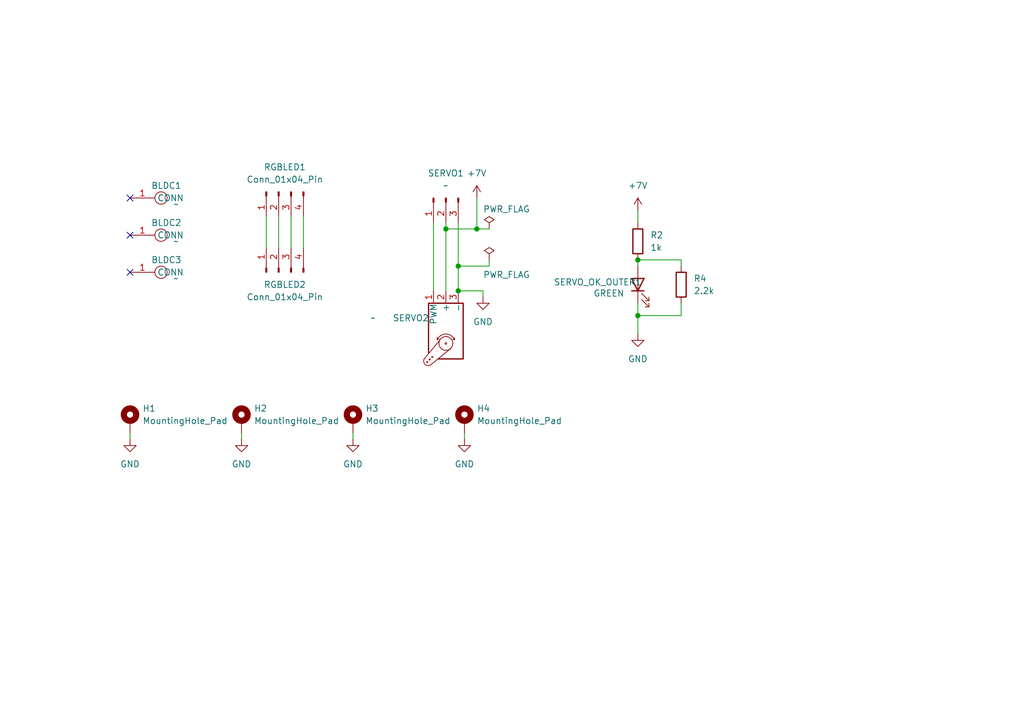
<source format=kicad_sch>
(kicad_sch (version 20250114) (generator "eeschema") (generator_version "9.0")
  (paper "A5")
  (title_block (title "pcb connector azimuth thruster") (rev "00"))
  (lib_symbols
    (symbol "Connector:Conn_01x03_Pin" (pin_names (offset 1.016) (hide yes))
      (property "Reference" "J" (at 0 5.08 0))
      (property "Value" "Conn_01x03_Pin" (at 0 -5.08 0))
      (symbol "Conn_01x03_Pin_1_1"
        (rectangle (start 0.8636 2.667) (end 0 2.413) (stroke (width 0.1524)) (fill (type outline)))
        (rectangle (start 0.8636 0.127) (end 0 -0.127) (stroke (width 0.1524)) (fill (type outline)))
        (rectangle (start 0.8636 -2.413) (end 0 -2.667) (stroke (width 0.1524)) (fill (type outline)))
        (polyline (pts (xy 1.27 2.54) (xy 0.8636 2.54)) (stroke (width 0.1524)))
        (polyline (pts (xy 1.27 0) (xy 0.8636 0)) (stroke (width 0.1524)))
        (polyline (pts (xy 1.27 -2.54) (xy 0.8636 -2.54)) (stroke (width 0.1524)))
        (pin passive line (at 5.08 2.54 180) (length 3.81) (name "Pin_1") (number "1"))
        (pin passive line (at 5.08 0 180) (length 3.81) (name "Pin_2") (number "2"))
        (pin passive line (at 5.08 -2.54 180) (length 3.81) (name "Pin_3") (number "3"))
      )
    )
    (symbol "Connector:Conn_01x04_Pin" (pin_names (offset 1.016) (hide yes))
      (property "Reference" "J" (at 0 5.08 0))
      (property "Value" "Conn_01x04_Pin" (at 0 -7.62 0))
      (symbol "Conn_01x04_Pin_1_1"
        (rectangle (start 0.8636 2.667) (end 0 2.413) (stroke (width 0.1524)) (fill (type outline)))
        (rectangle (start 0.8636 0.127) (end 0 -0.127) (stroke (width 0.1524)) (fill (type outline)))
        (rectangle (start 0.8636 -2.413) (end 0 -2.667) (stroke (width 0.1524)) (fill (type outline)))
        (rectangle (start 0.8636 -4.953) (end 0 -5.207) (stroke (width 0.1524)) (fill (type outline)))
        (polyline (pts (xy 1.27 2.54) (xy 0.8636 2.54)) (stroke (width 0.1524)))
        (polyline (pts (xy 1.27 0) (xy 0.8636 0)) (stroke (width 0.1524)))
        (polyline (pts (xy 1.27 -2.54) (xy 0.8636 -2.54)) (stroke (width 0.1524)))
        (polyline (pts (xy 1.27 -5.08) (xy 0.8636 -5.08)) (stroke (width 0.1524)))
        (pin passive line (at 5.08 2.54 180) (length 3.81) (name "Pin_1") (number "1"))
        (pin passive line (at 5.08 0 180) (length 3.81) (name "Pin_2") (number "2"))
        (pin passive line (at 5.08 -2.54 180) (length 3.81) (name "Pin_3") (number "3"))
        (pin passive line (at 5.08 -5.08 180) (length 3.81) (name "Pin_4") (number "4"))
      )
    )
    (symbol "Device:LED" (pin_numbers (hide yes)) (pin_names (offset 1.016) (hide yes))
      (property "Reference" "D" (at 0 2.54 0))
      (property "Value" "LED" (at 0 -2.54 0))
      (symbol "LED_0_1"
        (polyline (pts (xy -3.048 -0.762) (xy -4.572 -2.286) (xy -3.81 -2.286) (xy -4.572 -2.286) (xy -4.572 -1.524)))
        (polyline (pts (xy -1.778 -0.762) (xy -3.302 -2.286) (xy -2.54 -2.286) (xy -3.302 -2.286) (xy -3.302 -1.524)))
        (polyline (pts (xy -1.27 0) (xy 1.27 0)))
        (polyline (pts (xy -1.27 -1.27) (xy -1.27 1.27)) (stroke (width 0.254)))
        (polyline (pts (xy 1.27 -1.27) (xy 1.27 1.27) (xy -1.27 0) (xy 1.27 -1.27)) (stroke (width 0.254)))
      )
      (symbol "LED_1_1"
        (pin passive line (at -3.81 0 0) (length 2.54) (name "K") (number "1"))
        (pin passive line (at 3.81 0 180) (length 2.54) (name "A") (number "2"))
      )
    )
    (symbol "Device:R" (pin_numbers (hide yes)) (pin_names (offset 0))
      (property "Reference" "R" (at 2.032 0 90))
      (property "Value" "R" (at 0 0 90))
      (symbol "R_0_1"
        (rectangle (start -1.016 -2.54) (end 1.016 2.54) (stroke (width 0.254)))
      )
      (symbol "R_1_1"
        (pin passive line (at 0 3.81 270) (length 1.27) (name "~") (number "1"))
        (pin passive line (at 0 -3.81 90) (length 1.27) (name "~") (number "2"))
      )
    )
    (symbol "Mechanical:MountingHole_Pad" (pin_numbers (hide yes)) (pin_names (offset 1.016) (hide yes)) (exclude_from_sim yes) (in_bom no)
      (property "Reference" "H" (at 0 6.35 0))
      (property "Value" "MountingHole_Pad" (at 0 4.445 0))
      (symbol "MountingHole_Pad_0_1"
        (circle (center 0 1.27) (radius 1.27) (stroke (width 1.27)))
      )
      (symbol "MountingHole_Pad_1_1"
        (pin input line (at 0 -2.54 90) (length 2.54) (name "1") (number "1"))
      )
    )
    (symbol "Motor:Motor_Servo" (pin_names (offset 0.0254))
      (property "Reference" "M" (at -5.08 4.445 0))
      (property "Value" "Motor_Servo" (at -5.08 -4.064 0))
      (symbol "Motor_Servo_0_1"
        (polyline (pts (xy 2.413 1.778) (xy 1.905 1.778)))
        (polyline (pts (xy 2.413 1.778) (xy 2.286 1.397)))
        (polyline (pts (xy 2.413 -1.778) (xy 2.032 -1.778)))
        (polyline (pts (xy 2.413 -1.778) (xy 2.286 -1.397)))
        (arc (start 2.413 -1.778) (mid 1.2406 0) (end 2.413 1.778))
        (circle (center 3.175 0) (radius 0.1778))
        (circle (center 3.175 0) (radius 1.4224))
        (polyline (pts (xy 5.08 3.556) (xy -5.08 3.556) (xy -5.08 -3.556) (xy 6.35 -3.556) (xy 6.35 1.524)) (stroke (width 0.254)))
        (circle (center 5.969 2.794) (radius 0.127))
        (polyline (pts (xy 6.35 4.445) (xy 2.54 1.27)))
        (circle (center 6.477 3.302) (radius 0.127))
        (arc (start 6.35 4.445) (mid 7.4487 4.2737) (end 7.62 3.175))
        (circle (center 6.985 3.81) (radius 0.127))
        (polyline (pts (xy 7.62 3.175) (xy 4.191 -1.016)))
      )
      (symbol "Motor_Servo_1_1"
        (pin passive line (at -7.62 2.54 0) (length 2.54) (name "PWM") (number "1"))
        (pin passive line (at -7.62 0 0) (length 2.54) (name "+") (number "2"))
        (pin passive line (at -7.62 -2.54 0) (length 2.54) (name "-") (number "3"))
      )
    )
    (symbol "power:+7.5V" (power) (pin_numbers (hide yes)) (pin_names (offset 0) (hide yes))
      (property "Value" "+7.5V" (at 0 3.556 0))
      (symbol "+7.5V_0_1"
        (polyline (pts (xy -0.762 1.27) (xy 0 2.54)))
        (polyline (pts (xy 0 2.54) (xy 0.762 1.27)))
        (polyline (pts (xy 0 0) (xy 0 2.54)))
      )
      (symbol "+7.5V_1_1"
        (pin power_in line (at 0 0 90) (length 0) (name "~") (number "1"))
      )
    )
    (symbol "power:GND" (power) (pin_numbers (hide yes)) (pin_names (offset 0) (hide yes))
      (property "Value" "GND" (at 0 -3.81 0))
      (symbol "GND_0_1"
        (polyline (pts (xy 0 0) (xy 0 -1.27) (xy 1.27 -1.27) (xy 0 -2.54) (xy -1.27 -1.27) (xy 0 -1.27)))
      )
      (symbol "GND_1_1"
        (pin power_in line (at 0 0 270) (length 0) (name "~") (number "1"))
      )
    )
    (symbol "power:PWR_FLAG" (power) (pin_numbers (hide yes)) (pin_names (offset 0) (hide yes))
      (property "Value" "PWR_FLAG" (at 0 3.81 0))
      (symbol "PWR_FLAG_0_0"
        (pin power_out line (at 0 0 90) (length 0) (name "~") (number "1"))
      )
      (symbol "PWR_FLAG_0_1"
        (polyline (pts (xy 0 0) (xy 0 1.27) (xy -1.016 1.905) (xy 0 2.54) (xy 1.016 1.905) (xy 0 1.27)))
      )
    )
    (symbol "specific_symbol_library(bldc):bldc_connector"
      (property "Reference" "J" (at 0 2.794 0))
      (symbol "bldc_connector_0_1"
        (circle (center 0 0) (radius 1.27))
      )
      (symbol "bldc_connector_1_1"
        (pin passive line (at -6.35 0 0) (length 5.08) (name "CONN") (number "1"))
      )
    )
  )
  (junction (at 93.98 59.69))
  (junction (at 97.79 46.99))
  (junction (at 93.98 54.61))
  (junction (at 130.81 64.77))
  (junction (at 91.44 46.99))
  (junction (at 130.81 53.34))
  (no_connect (at 26.67 48.26))
  (no_connect (at 26.67 55.88))
  (no_connect (at 26.67 40.64))
  (wire (pts (xy 99.06 59.69) (xy 99.06 60.96)))
  (wire (pts (xy 97.79 40.64) (xy 97.79 46.99)))
  (wire (pts (xy 62.23 44.45) (xy 62.23 50.8)))
  (wire (pts (xy 130.81 53.34) (xy 130.81 54.61)))
  (wire (pts (xy 139.7 53.34) (xy 139.7 54.61)))
  (wire (pts (xy 54.61 44.45) (xy 54.61 50.8)))
  (wire (pts (xy 72.39 90.17) (xy 72.39 88.9)))
  (wire (pts (xy 93.98 54.61) (xy 93.98 59.69)))
  (wire (pts (xy 91.44 45.72) (xy 91.44 46.99)))
  (wire (pts (xy 57.15 44.45) (xy 57.15 50.8)))
  (wire (pts (xy 88.9 45.72) (xy 88.9 59.69)))
  (wire (pts (xy 130.81 68.58) (xy 130.81 64.77)))
  (wire (pts (xy 49.53 90.17) (xy 49.53 88.9)))
  (wire (pts (xy 26.67 90.17) (xy 26.67 88.9)))
  (wire (pts (xy 130.81 53.34) (xy 139.7 53.34)))
  (wire (pts (xy 130.81 64.77) (xy 130.81 62.23)))
  (wire (pts (xy 130.81 43.18) (xy 130.81 45.72)))
  (wire (pts (xy 91.44 46.99) (xy 91.44 59.69)))
  (wire (pts (xy 139.7 64.77) (xy 139.7 62.23)))
  (wire (pts (xy 100.33 46.99) (xy 97.79 46.99)))
  (wire (pts (xy 91.44 46.99) (xy 97.79 46.99)))
  (wire (pts (xy 59.69 44.45) (xy 59.69 50.8)))
  (wire (pts (xy 130.81 64.77) (xy 139.7 64.77)))
  (wire (pts (xy 93.98 59.69) (xy 99.06 59.69)))
  (wire (pts (xy 100.33 54.61) (xy 93.98 54.61)))
  (wire (pts (xy 93.98 45.72) (xy 93.98 54.61)))
  (wire (pts (xy 95.25 90.17) (xy 95.25 88.9)))
  (wire (pts (xy 100.33 54.61) (xy 100.33 53.34)))
  (symbol (lib_id "Device:R") (at 139.7 58.42 0) (unit 1)
    (property "Reference" "R4" (at 142.24 57.1499 0) (effects (justify left)))
    (property "Value" "2.2k" (at 142.24 59.6899 0) (effects (justify left)))
    (property "Footprint" "Resistor_SMD:R_0603_1608Metric_Pad0.98x0.95mm_HandSolder" (effects (hide yes)))
    (property "Description" "Resistor" (effects (hide yes)))
  )
  (symbol (lib_id "Connector:Conn_01x04_Pin") (at 57.15 55.88 90) (unit 1)
    (property "Reference" "RGBLED2" (at 58.42 58.42 90))
    (property "Value" "Conn_01x04_Pin" (at 58.42 60.96 90))
    (property "Footprint" "Connector_PinHeader_2.54mm:PinHeader_1x04_P2.54mm_Vertical" (effects (hide yes)))
    (property "Description" "Generic connector, single row, 01x04, script generated" (effects (hide yes)))
  )
  (symbol (lib_id "power:GND") (at 99.06 60.96 0) (mirror y) (unit 1)
    (property "Reference" "#PWR03" (effects (hide yes)))
    (property "Value" "GND" (at 99.06 66.04 0))
    (property "Description" "Power symbol creates a global label with name \"GND\" , ground" (effects (hide yes)))
  )
  (symbol (lib_id "specific_symbol_library(bldc):bldc_connector") (at 33.02 48.26 0) (unit 1)
    (property "Reference" "BLDC2" (at 30.988 45.72 0) (effects (justify left)))
    (property "Value" "~" (at 35.56 49.53 0) (effects (justify left)))
    (property "Footprint" "specific_footprint_library:bldc_connector" (effects (hide yes)))
  )
  (symbol (lib_id "specific_symbol_library(bldc):bldc_connector") (at 33.02 40.64 0) (unit 1)
    (property "Reference" "BLDC1" (at 30.988 38.1 0) (effects (justify left)))
    (property "Value" "~" (at 35.56 41.91 0) (effects (justify left)))
    (property "Footprint" "specific_footprint_library:bldc_connector" (effects (hide yes)))
  )
  (symbol (lib_id "Connector:Conn_01x03_Pin") (at 91.44 40.64 90) (mirror x) (unit 1)
    (property "Reference" "SERVO1" (at 91.44 35.56 90))
    (property "Value" "~" (at 91.44 38.1 90))
    (property "Footprint" "Connector_JST:JST_XA_B03B-XASK-1_1x03_P2.50mm_Vertical" (effects (hide yes)))
    (property "Description" "Generic connector, single row, 01x03, script generated" (effects (hide yes)))
  )
  (symbol (lib_id "Device:LED") (at 130.81 58.42 90) (unit 1)
    (property "Reference" "SERVO_OK_OUTER1" (at 113.538 57.912 90) (effects (justify right)))
    (property "Value" "GREEN" (at 121.666 60.198 90) (effects (justify right)))
    (property "Footprint" "LED_SMD:LED_0805_2012Metric_Pad1.15x1.40mm_HandSolder" (effects (hide yes)))
    (property "Description" "Light emitting diode" (effects (hide yes)))
    (property "Sim.Pins" "1=K 2=A" (effects (hide yes)))
  )
  (symbol (lib_id "Mechanical:MountingHole_Pad") (at 26.67 86.36 0) (unit 1) (exclude_from_sim yes) (in_bom no)
    (property "Reference" "H1" (at 29.21 83.8199 0) (effects (justify left)))
    (property "Value" "MountingHole_Pad" (at 29.21 86.3599 0) (effects (justify left)))
    (property "Footprint" "custom_M3_pad_library:MountingHole_3.2mm_M3_large_PAD_for_spacer" (effects (hide yes)))
    (property "Description" "Mounting Hole with connection" (effects (hide yes)))
  )
  (symbol (lib_id "power:GND") (at 72.39 90.17 0) (unit 1)
    (property "Reference" "#PWR011" (effects (hide yes)))
    (property "Value" "GND" (at 72.39 95.25 0))
    (property "Description" "Power symbol creates a global label with name \"GND\" , ground" (effects (hide yes)))
  )
  (symbol (lib_id "Mechanical:MountingHole_Pad") (at 72.39 86.36 0) (unit 1) (exclude_from_sim yes) (in_bom no)
    (property "Reference" "H3" (at 74.93 83.8199 0) (effects (justify left)))
    (property "Value" "MountingHole_Pad" (at 74.93 86.3599 0) (effects (justify left)))
    (property "Footprint" "custom_M3_pad_library:MountingHole_3.2mm_M3_large_PAD_for_spacer" (effects (hide yes)))
    (property "Description" "Mounting Hole with connection" (effects (hide yes)))
  )
  (symbol (lib_id "power:+7.5V") (at 97.79 40.64 0) (mirror y) (unit 1)
    (property "Reference" "#PWR02" (effects (hide yes)))
    (property "Value" "+7V" (at 97.79 35.56 0))
    (property "Description" "Power symbol creates a global label with name \"+7.5V\"" (effects (hide yes)))
  )
  (symbol (lib_id "Connector:Conn_01x04_Pin") (at 57.15 39.37 90) (mirror x) (unit 1)
    (property "Reference" "RGBLED1" (at 58.42 34.29 90))
    (property "Value" "Conn_01x04_Pin" (at 58.42 36.83 90))
    (property "Footprint" "Connector_JST:JST_XA_B04B-XASK-1_1x04_P2.50mm_Vertical" (effects (hide yes)))
    (property "Description" "Generic connector, single row, 01x04, script generated" (effects (hide yes)))
  )
  (symbol (lib_id "power:+7.5V") (at 130.81 43.18 0) (unit 1)
    (property "Reference" "#PWR07" (effects (hide yes)))
    (property "Value" "+7V" (at 130.81 38.1 0))
    (property "Description" "Power symbol creates a global label with name \"+7.5V\"" (effects (hide yes)))
  )
  (symbol (lib_id "power:PWR_FLAG") (at 100.33 46.99 0) (mirror y) (unit 1)
    (property "Reference" "#FLG01" (effects (hide yes)))
    (property "Value" "PWR_FLAG" (at 103.886 42.926 0))
    (property "Description" "Special symbol for telling ERC where power comes from" (effects (hide yes)))
  )
  (symbol (lib_id "Mechanical:MountingHole_Pad") (at 49.53 86.36 0) (unit 1) (exclude_from_sim yes) (in_bom no)
    (property "Reference" "H2" (at 52.07 83.8199 0) (effects (justify left)))
    (property "Value" "MountingHole_Pad" (at 52.07 86.3599 0) (effects (justify left)))
    (property "Footprint" "custom_M3_pad_library:MountingHole_3.2mm_M3_large_PAD_for_spacer" (effects (hide yes)))
    (property "Description" "Mounting Hole with connection" (effects (hide yes)))
  )
  (symbol (lib_id "power:GND") (at 130.81 68.58 0) (unit 1)
    (property "Reference" "#PWR08" (effects (hide yes)))
    (property "Value" "GND" (at 130.81 73.66 0))
    (property "Description" "Power symbol creates a global label with name \"GND\" , ground" (effects (hide yes)))
  )
  (symbol (lib_id "power:GND") (at 49.53 90.17 0) (unit 1)
    (property "Reference" "#PWR010" (effects (hide yes)))
    (property "Value" "GND" (at 49.53 95.25 0))
    (property "Description" "Power symbol creates a global label with name \"GND\" , ground" (effects (hide yes)))
  )
  (symbol (lib_id "power:PWR_FLAG") (at 100.33 53.34 0) (mirror y) (unit 1)
    (property "Reference" "#FLG02" (effects (hide yes)))
    (property "Value" "PWR_FLAG" (at 103.886 56.388 0))
    (property "Description" "Special symbol for telling ERC where power comes from" (effects (hide yes)))
  )
  (symbol (lib_id "Motor:Motor_Servo") (at 91.44 67.31 90) (mirror x) (unit 1)
    (property "Reference" "SERVO2" (at 80.518 65.278 90) (effects (justify right)))
    (property "Value" "~" (at 75.946 65.278 90) (effects (justify right)))
    (property "Footprint" "Connector_PinHeader_2.54mm:PinHeader_1x03_P2.54mm_Vertical" (effects (hide yes)))
    (property "Datasheet" "http://forums.parallax.com/uploads/attachments/46831/74481.png" (effects (hide yes)))
    (property "Description" "Servo Motor (Futaba, HiTec, JR connector)" (effects (hide yes)))
  )
  (symbol (lib_id "power:GND") (at 95.25 90.17 0) (unit 1)
    (property "Reference" "#PWR012" (effects (hide yes)))
    (property "Value" "GND" (at 95.25 95.25 0))
    (property "Description" "Power symbol creates a global label with name \"GND\" , ground" (effects (hide yes)))
  )
  (symbol (lib_id "Device:R") (at 130.81 49.53 0) (unit 1)
    (property "Reference" "R2" (at 133.35 48.2599 0) (effects (justify left)))
    (property "Value" "1k" (at 133.35 50.7999 0) (effects (justify left)))
    (property "Footprint" "Resistor_SMD:R_0603_1608Metric_Pad0.98x0.95mm_HandSolder" (effects (hide yes)))
    (property "Description" "Resistor" (effects (hide yes)))
  )
  (symbol (lib_id "specific_symbol_library(bldc):bldc_connector") (at 33.02 55.88 0) (unit 1)
    (property "Reference" "BLDC3" (at 30.988 53.34 0) (effects (justify left)))
    (property "Value" "~" (at 35.56 57.15 0) (effects (justify left)))
    (property "Footprint" "specific_footprint_library:bldc_connector" (effects (hide yes)))
  )
  (symbol (lib_id "power:GND") (at 26.67 90.17 0) (unit 1)
    (property "Reference" "#PWR09" (effects (hide yes)))
    (property "Value" "GND" (at 26.67 95.25 0))
    (property "Description" "Power symbol creates a global label with name \"GND\" , ground" (effects (hide yes)))
  )
  (symbol (lib_id "Mechanical:MountingHole_Pad") (at 95.25 86.36 0) (unit 1) (exclude_from_sim yes) (in_bom no)
    (property "Reference" "H4" (at 97.79 83.8199 0) (effects (justify left)))
    (property "Value" "MountingHole_Pad" (at 97.79 86.3599 0) (effects (justify left)))
    (property "Footprint" "custom_M3_pad_library:MountingHole_3.2mm_M3_large_PAD_for_spacer" (effects (hide yes)))
    (property "Description" "Mounting Hole with connection" (effects (hide yes)))
  )
)
</source>
